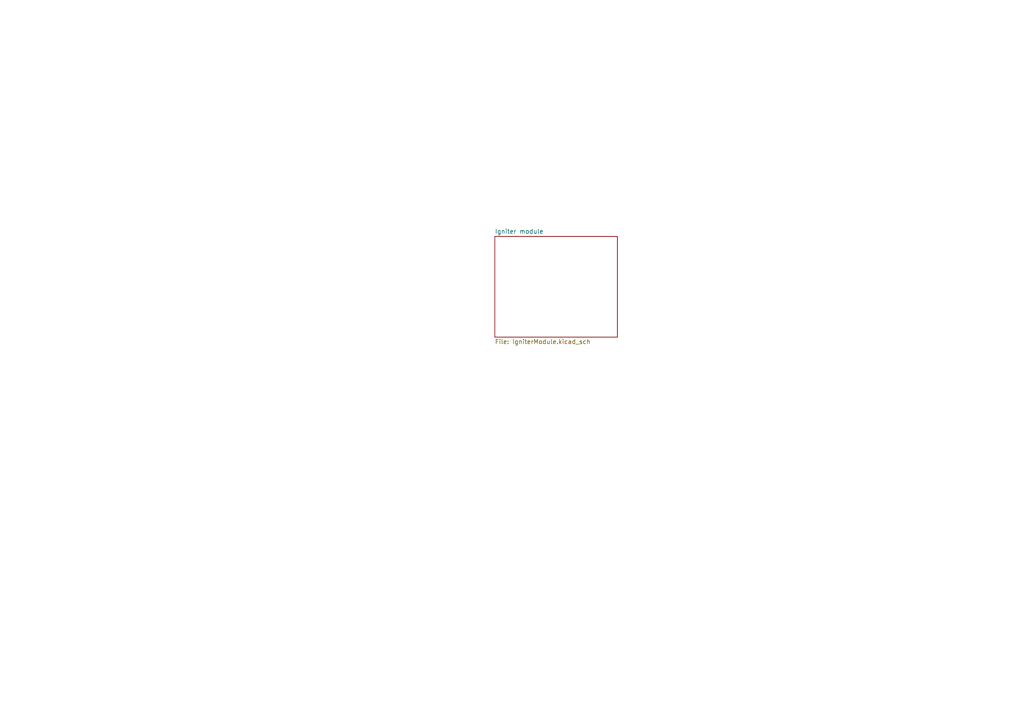
<source format=kicad_sch>
(kicad_sch (version 20211123) (generator eeschema)
  (paper "A4")
  (lib_symbols)
  (sheet (at 143.51 68.58) (size 35.56 29.21) (stroke (width 0.1524))
    (property "Sheet name" "Igniter module" (at 143.51 67.8684 0) (effects (justify left bottom)))
    (property "Sheet file" "IgniterModule.kicad_sch" (at 143.51 98.3746 0) (effects (justify left top)))
  )
)
</source>
